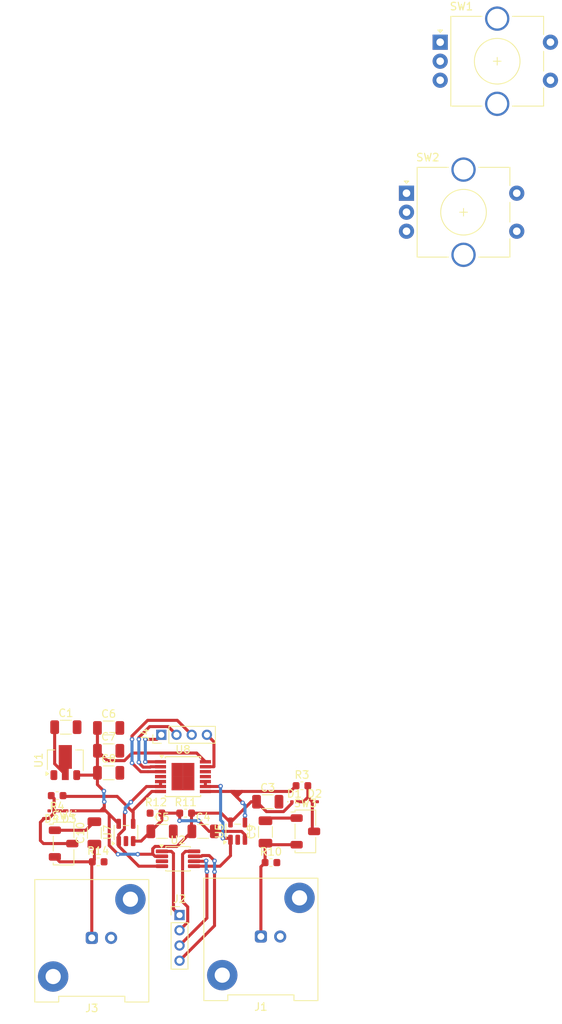
<source format=kicad_pcb>
(kicad_pcb (version 20241229) (generator "pcbnew") (generator_version "9.0")
  (layers (0 "F.Cu" signal) (2 "B.Cu" signal) (13 "F.Paste" user) (15 "B.Paste" user) (5 "F.SilkS" user "F.Silkscreen") (7 "B.SilkS" user "B.Silkscreen") (1 "F.Mask" user) (3 "B.Mask" user) (25 "Edge.Cuts" user))
  (net 0 "")
  (net 1 "5Vin")
  (net 2 "C1_G_IN")
  (net 3 "RPI_DOUT")
  (net 4 "RPI_SCLK")
  (net 5 "RPI_DIN")
  (net 6 "RPI_CS")
  (net 7 "C2_G_IN")
  (net 8 "C1_G_OUT")
  (net 9 "GND")
  (net 12 "C2_G_OUT")
  (net 13 "V1.8")
  (net 14 "V3.3")
  (net 15 "Net-(J1-In)")
  (net 16 "Net-(J3-In)")
  (net 17 "RPI_SCLK_DP")
  (net 18 "RPI_CS_DP")
  (net 19 "RPI_DIN_DP")
  (net 20 "RPI_DOUT_DP")
  (net 23 "Net-(D1-A)")
  (net 24 "Net-(D3-A)")
  (net 25 "Net-(SW3-C)")
  (net 26 "Net-(SW4-C)")
  (footprint "Capacitor_SMD:C_0603_1608Metric" (layer "F.Cu") (at 103.2 154.4)
    (property "Reference" "R12" (at 0 -1.43 0) (layer "F.SilkS"))
    (property "Value" "10k")
    (fp_line (start -0.14058 -0.51) (end 0.14058 -0.51) (stroke (width 0.12)) (layer "F.SilkS"))
    (fp_line (start -0.14058 0.51) (end 0.14058 0.51) (stroke (width 0.12)) (layer "F.SilkS"))
    (pad "1" smd roundrect (at -0.775 0) (size 0.9 0.95) (layers "F.Cu" "F.Mask" "F.Paste") (net 9 "GND"))
    (pad "2" smd roundrect (at 0.775 0) (size 0.9 0.95) (layers "F.Cu" "F.Mask" "F.Paste") (net 13 "V1.8"))
  )
  (footprint "Capacitor_SMD:C_1206_3216Metric" (layer "F.Cu") (at 96.975 146.2)
    (property "Reference" "C7" (at 0 -1.85 0) (layer "F.SilkS"))
    (property "Value" "1uF")
    (fp_line (start -0.711252 -0.91) (end 0.711252 -0.91) (stroke (width 0.12)) (layer "F.SilkS"))
    (fp_line (start -0.711252 0.91) (end 0.711252 0.91) (stroke (width 0.12)) (layer "F.SilkS"))
    (pad "1" smd roundrect (at -1.475 0) (size 1.15 1.8) (layers "F.Cu" "F.Mask" "F.Paste") (roundrect_rratio 0.217391) (net 14 "V3.3"))
    (pad "2" smd roundrect (at 1.475 0) (size 1.15 1.8) (layers "F.Cu" "F.Mask" "F.Paste") (roundrect_rratio 0.217391) (net 9 "GND"))
  )
  (footprint "Connector_PinHeader_2.00mm:PinHeader_1x04_P2.00mm_Vertical" (layer "F.Cu") (at 106.3 167.8)
    (property "Reference" "J2" (at 0 -2.11 0) (layer "F.SilkS"))
    (property "Value" "Conn_01x04_Socket")
    (fp_line (start -1.11 -1.11) (end 0 -1.11) (stroke (width 0.12)) (layer "F.SilkS"))
    (fp_line (start -1.11 0) (end -1.11 -1.11) (stroke (width 0.12)) (layer "F.SilkS"))
    (fp_line (start -1.11 1) (end -1.11 7.11) (stroke (width 0.12)) (layer "F.SilkS"))
    (fp_line (start -1.11 1) (end 1.11 1) (stroke (width 0.12)) (layer "F.SilkS"))
    (fp_line (start -1.11 7.11) (end 1.11 7.11) (stroke (width 0.12)) (layer "F.SilkS"))
    (fp_line (start 1.11 1) (end 1.11 7.11) (stroke (width 0.12)) (layer "F.SilkS"))
    (pad "1" thru_hole rect (at 0 0) (size 1.35 1.35) (drill 0.8) (layers "*.Cu" "*.Mask") (net 6 "RPI_CS"))
    (pad "2" thru_hole circle (at 0 2) (size 1.35 1.35) (drill 0.8) (layers "*.Cu" "*.Mask") (net 4 "RPI_SCLK"))
    (pad "3" thru_hole circle (at 0 4) (size 1.35 1.35) (drill 0.8) (layers "*.Cu" "*.Mask") (net 5 "RPI_DIN"))
    (pad "4" thru_hole circle (at 0 6) (size 1.35 1.35) (drill 0.8) (layers "*.Cu" "*.Mask") (net 3 "RPI_DOUT"))
  )
  (footprint "Capacitor_SMD:C_1206_3216Metric" (layer "F.Cu") (at 91.35 143.1)
    (property "Reference" "C1" (at 0 -1.85 0) (layer "F.SilkS"))
    (property "Value" "1uF")
    (fp_line (start -0.711252 -0.91) (end 0.711252 -0.91) (stroke (width 0.12)) (layer "F.SilkS"))
    (fp_line (start -0.711252 0.91) (end 0.711252 0.91) (stroke (width 0.12)) (layer "F.SilkS"))
    (pad "1" smd roundrect (at -1.475 0) (size 1.15 1.8) (layers "F.Cu" "F.Mask" "F.Paste") (roundrect_rratio 0.217391) (net 1 "5Vin"))
    (pad "2" smd roundrect (at 1.475 0) (size 1.15 1.8) (layers "F.Cu" "F.Mask" "F.Paste") (roundrect_rratio 0.217391) (net 9 "GND"))
  )
  (footprint "Connector_Coaxial:BNC_Amphenol_031-5539_Vertical" (layer "F.Cu") (at 94.76 170.8)
    (property "Reference" "J3" (at 0 9.25 180) (layer "F.SilkS"))
    (property "Value" "U.FL")
    (fp_line (start -7.5 -7.67) (end 7.5 -7.67) (stroke (width 0.12)) (layer "F.SilkS"))
    (fp_line (start -7.5 8.43) (end -7.5 -7.67) (stroke (width 0.12)) (layer "F.SilkS"))
    (fp_line (start -4.35 7.67) (end -4.35 8.43) (stroke (width 0.12)) (layer "F.SilkS"))
    (fp_line (start -4.35 8.43) (end -7.5 8.43) (stroke (width 0.12)) (layer "F.SilkS"))
    (fp_line (start 4.35 7.67) (end -4.35 7.67) (stroke (width 0.12)) (layer "F.SilkS"))
    (fp_line (start 4.35 8.43) (end 4.35 7.67) (stroke (width 0.12)) (layer "F.SilkS"))
    (fp_line (start 7.5 -7.67) (end 7.5 8.43) (stroke (width 0.12)) (layer "F.SilkS"))
    (fp_line (start 7.5 8.43) (end 4.35 8.43) (stroke (width 0.12)) (layer "F.SilkS"))
    (pad "" thru_hole circle (at -5.08 5.08 180) (size 4 4) (drill 2) (layers "*.Cu" "*.Mask"))
    (pad "" thru_hole circle (at 5.08 -5.08 180) (size 4 4) (drill 2) (layers "*.Cu" "*.Mask"))
    (pad "1" thru_hole roundrect (at 0 0 180) (size 1.6 1.6) (drill 0.9) (layers "*.Cu" "*.Mask") (net 16 "Net-(J3-In)"))
    (pad "2" thru_hole circle (at 2.54 0 180) (size 1.6 1.6) (drill 0.9) (layers "*.Cu" "*.Mask") (net 9 "GND"))
  )
  (footprint "Capacitor_SMD:C_0603_1608Metric" (layer "F.Cu") (at 90.2 152.1 180)
    (property "Reference" "R4" (at 0 -1.43 0) (layer "F.SilkS"))
    (property "Value" "5k")
    (fp_line (start -0.14058 0.51) (end 0.14058 0.51) (stroke (width 0.12)) (layer "F.SilkS"))
    (fp_line (start -0.14058 -0.51) (end 0.14058 -0.51) (stroke (width 0.12)) (layer "F.SilkS"))
    (pad "1" smd roundrect (at -0.775 0 180) (size 0.9 0.95) (layers "F.Cu" "F.Mask" "F.Paste") (net 7 "C2_G_IN"))
    (pad "2" smd roundrect (at 0.775 0 180) (size 0.9 0.95) (layers "F.Cu" "F.Mask" "F.Paste") (net 24 "Net-(D3-A)"))
  )
  (footprint "Capacitor_SMD:C_1206_3216Metric" (layer "F.Cu") (at 104 156.8)
    (property "Reference" "C5" (at 0 -1.85 0) (layer "F.SilkS"))
    (property "Value" "1uF")
    (fp_line (start -0.711252 -0.91) (end 0.711252 -0.91) (stroke (width 0.12)) (layer "F.SilkS"))
    (fp_line (start -0.711252 0.91) (end 0.711252 0.91) (stroke (width 0.12)) (layer "F.SilkS"))
    (pad "1" smd roundrect (at -1.475 0) (size 1.15 1.8) (layers "F.Cu" "F.Mask" "F.Paste") (roundrect_rratio 0.217391) (net 13 "V1.8"))
    (pad "2" smd roundrect (at 1.475 0) (size 1.15 1.8) (layers "F.Cu" "F.Mask" "F.Paste") (roundrect_rratio 0.217391) (net 9 "GND"))
  )
  (footprint "Capacitor_SMD:C_1206_3216Metric" (layer "F.Cu") (at 117.9 152.9)
    (property "Reference" "C3" (at 0 -1.85 0) (layer "F.SilkS"))
    (property "Value" "1uF")
    (fp_line (start -0.711252 -0.91) (end 0.711252 -0.91) (stroke (width 0.12)) (layer "F.SilkS"))
    (fp_line (start -0.711252 0.91) (end 0.711252 0.91) (stroke (width 0.12)) (layer "F.SilkS"))
    (pad "1" smd roundrect (at -1.475 0) (size 1.15 1.8) (layers "F.Cu" "F.Mask" "F.Paste") (roundrect_rratio 0.217391) (net 14 "V3.3"))
    (pad "2" smd roundrect (at 1.475 0) (size 1.15 1.8) (layers "F.Cu" "F.Mask" "F.Paste") (roundrect_rratio 0.217391) (net 9 "GND"))
  )
  (footprint "Capacitor_SMD:C_1206_3216Metric" (layer "F.Cu") (at 96.975 149.1)
    (property "Reference" "C8" (at 0 -1.85 0) (layer "F.SilkS"))
    (property "Value" "1uF")
    (fp_line (start -0.711252 -0.91) (end 0.711252 -0.91) (stroke (width 0.12)) (layer "F.SilkS"))
    (fp_line (start -0.711252 0.91) (end 0.711252 0.91) (stroke (width 0.12)) (layer "F.SilkS"))
    (pad "1" smd roundrect (at -1.475 0) (size 1.15 1.8) (layers "F.Cu" "F.Mask" "F.Paste") (roundrect_rratio 0.217391) (net 14 "V3.3"))
    (pad "2" smd roundrect (at 1.475 0) (size 1.15 1.8) (layers "F.Cu" "F.Mask" "F.Paste") (roundrect_rratio 0.217391) (net 9 "GND"))
  )
  (footprint "Rotary_Encoder:RotaryEncoder_Alps_EC11E-Switch_Vertical_H20mm_CircularMountingHoles" (layer "F.Cu") (at 136.15 72.9)
    (property "Reference" "SW2" (at 2.8 -4.7 0) (layer "F.SilkS"))
    (property "Value" "SW_Rotary_1x8_MP")
    (fp_line (start -0.3 -1.6) (end 0.3 -1.6) (stroke (width 0.12)) (layer "F.SilkS"))
    (fp_line (start 0 -1.3) (end -0.3 -1.6) (stroke (width 0.12)) (layer "F.SilkS"))
    (fp_line (start 0.3 -1.6) (end 0 -1.3) (stroke (width 0.12)) (layer "F.SilkS"))
    (fp_line (start 1.4 -3.4) (end 1.4 8.4) (stroke (width 0.12)) (layer "F.SilkS"))
    (fp_line (start 5.5 -3.4) (end 1.4 -3.4) (stroke (width 0.12)) (layer "F.SilkS"))
    (fp_line (start 5.5 8.4) (end 1.4 8.4) (stroke (width 0.12)) (layer "F.SilkS"))
    (fp_line (start 7 2.5) (end 8 2.5) (stroke (width 0.12)) (layer "F.SilkS"))
    (fp_line (start 7.5 2) (end 7.5 3) (stroke (width 0.12)) (layer "F.SilkS"))
    (fp_line (start 9.5 -3.4) (end 13.6 -3.4) (stroke (width 0.12)) (layer "F.SilkS"))
    (fp_line (start 13.6 -3.4) (end 13.6 -1) (stroke (width 0.12)) (layer "F.SilkS"))
    (fp_line (start 13.6 1.2) (end 13.6 3.8) (stroke (width 0.12)) (layer "F.SilkS"))
    (fp_line (start 13.6 6) (end 13.6 8.4) (stroke (width 0.12)) (layer "F.SilkS"))
    (fp_line (start 13.6 8.4) (end 9.5 8.4) (stroke (width 0.12)) (layer "F.SilkS"))
    (fp_circle (center 7.5 2.5) (end 10.5 2.5) (stroke (width 0.12)) (fill no) (layer "F.SilkS"))
    (pad "A" thru_hole rect (at 0 0) (size 2 2) (drill 1) (layers "*.Cu" "*.Mask"))
    (pad "B" thru_hole circle (at 0 5) (size 2 2) (drill 1) (layers "*.Cu" "*.Mask"))
    (pad "C" thru_hole circle (at 0 2.5) (size 2 2) (drill 1) (layers "*.Cu" "*.Mask"))
    (pad "MP" thru_hole circle (at 7.5 -3.1) (size 3.2 3.2) (drill 2.6) (layers "*.Cu" "*.Mask"))
    (pad "MP" thru_hole circle (at 7.5 8.1) (size 3.2 3.2) (drill 2.6) (layers "*.Cu" "*.Mask"))
    (pad "S1" thru_hole circle (at 14.5 5) (size 2 2) (drill 1) (layers "*.Cu" "*.Mask"))
    (pad "S2" thru_hole circle (at 14.5 0) (size 2 2) (drill 1) (layers "*.Cu" "*.Mask"))
  )
  (footprint "Capacitor_SMD:C_0603_1608Metric" (layer "F.Cu") (at 118.325 160.9)
    (property "Reference" "R10" (at 0 -1.43 0) (layer "F.SilkS"))
    (property "Value" "1M")
    (fp_line (start -0.14058 -0.51) (end 0.14058 -0.51) (stroke (width 0.12)) (layer "F.SilkS"))
    (fp_line (start -0.14058 0.51) (end 0.14058 0.51) (stroke (width 0.12)) (layer "F.SilkS"))
    (pad "1" smd roundrect (at -0.775 0) (size 0.9 0.95) (layers "F.Cu" "F.Mask" "F.Paste") (net 15 "Net-(J1-In)"))
    (pad "2" smd roundrect (at 0.775 0) (size 0.9 0.95) (layers "F.Cu" "F.Mask" "F.Paste") (net 9 "GND"))
  )
  (footprint "Diode_SMD:D_0201_0603Metric" (layer "F.Cu") (at 121.4 152.9)
    (property "Reference" "D1" (at 0 -1.05 0) (layer "F.SilkS"))
    (property "Value" "D")
    (fp_circle (center -0.86 0) (end -0.81 0) (stroke (width 0.1)) (fill no) (layer "F.SilkS"))
    (pad "1" smd roundrect (at -0.32 0) (size 0.46 0.4) (layers "F.Cu" "F.Mask") (net 14 "V3.3"))
    (pad "2" smd roundrect (at 0.32 0) (size 0.46 0.4) (layers "F.Cu" "F.Mask") (net 23 "Net-(D1-A)"))
  )
  (footprint "Capacitor_SMD:C_0603_1608Metric" (layer "F.Cu") (at 122.4 150.8)
    (property "Reference" "R3" (at 0 -1.43 0) (layer "F.SilkS"))
    (property "Value" "5k")
    (fp_line (start -0.14058 -0.51) (end 0.14058 -0.51) (stroke (width 0.12)) (layer "F.SilkS"))
    (fp_line (start -0.14058 0.51) (end 0.14058 0.51) (stroke (width 0.12)) (layer "F.SilkS"))
    (pad "1" smd roundrect (at -0.775 0) (size 0.9 0.95) (layers "F.Cu" "F.Mask" "F.Paste") (net 2 "C1_G_IN"))
    (pad "2" smd roundrect (at 0.775 0) (size 0.9 0.95) (layers "F.Cu" "F.Mask" "F.Paste") (net 23 "Net-(D1-A)"))
  )
  (footprint "Capacitor_SMD:C_1206_3216Metric" (layer "F.Cu") (at 95.1 157 90)
    (property "Reference" "C10" (at 0 -1.85 90) (layer "F.SilkS"))
    (property "Value" "1u")
    (fp_line (start -0.711252 -0.91) (end 0.711252 -0.91) (stroke (width 0.12)) (layer "F.SilkS"))
    (fp_line (start -0.711252 0.91) (end 0.711252 0.91) (stroke (width 0.12)) (layer "F.SilkS"))
    (pad "1" smd roundrect (at -1.475 0 90) (size 1.15 1.8) (layers "F.Cu" "F.Mask" "F.Paste") (roundrect_rratio 0.217391) (net 16 "Net-(J3-In)"))
    (pad "2" smd roundrect (at 1.475 0 90) (size 1.15 1.8) (layers "F.Cu" "F.Mask" "F.Paste") (roundrect_rratio 0.217391) (net 26 "Net-(SW4-C)"))
  )
  (footprint "Package_TO_SOT_SMD:SOT-23-5" (layer "F.Cu") (at 113.95 156.7625 90)
    (property "Reference" "U5" (at 0 -2.4 90) (layer "F.SilkS"))
    (property "Value" "TLV9061xDBV")
    (fp_line (start 0.91 -1.56) (end 0.91 -1.51) (stroke (width 0.12)) (layer "F.SilkS"))
    (fp_line (start -0.91 -1.56) (end 0.91 -1.56) (stroke (width 0.12)) (layer "F.SilkS"))
    (fp_line (start -0.91 -1.51) (end -0.91 -1.56) (stroke (width 0.12)) (layer "F.SilkS"))
    (fp_line (start 0.91 -0.39) (end 0.91 0.39) (stroke (width 0.12)) (layer "F.SilkS"))
    (fp_line (start 0.91 1.51) (end 0.91 1.56) (stroke (width 0.12)) (layer "F.SilkS"))
    (fp_line (start 0.91 1.56) (end -0.91 1.56) (stroke (width 0.12)) (layer "F.SilkS"))
    (fp_line (start -0.91 1.56) (end -0.91 1.51) (stroke (width 0.12)) (layer "F.SilkS"))
    (fp_poly (pts (xy -1.45 -1.51) (xy -1.69 -1.84) (xy -1.21 -1.84)) (stroke (width 0.12)) (fill yes) (layer "F.SilkS"))
    (pad "1" smd roundrect (at -1.1375 -0.95 90) (size 1.325 0.6) (layers "F.Cu" "F.Mask" "F.Paste") (net 8 "C1_G_OUT"))
    (pad "2" smd roundrect (at -1.1375 0 90) (size 1.325 0.6) (layers "F.Cu" "F.Mask" "F.Paste") (net 9 "GND"))
    (pad "3" smd roundrect (at -1.1375 0.95 90) (size 1.325 0.6) (layers "F.Cu" "F.Mask" "F.Paste") (net 13 "V1.8"))
    (pad "4" smd roundrect (at 1.1375 0.95 90) (size 1.325 0.6) (layers "F.Cu" "F.Mask" "F.Paste") (net 2 "C1_G_IN"))
    (pad "5" smd roundrect (at 1.1375 -0.95 90) (size 1.325 0.6) (layers "F.Cu" "F.Mask" "F.Paste") (net 14 "V3.3"))
  )
  (footprint "Connector_Coaxial:BNC_Amphenol_031-5539_Vertical" (layer "F.Cu") (at 117 170.62)
    (property "Reference" "J1" (at 0 9.25 180) (layer "F.SilkS"))
    (property "Value" "U.FL")
    (fp_line (start -7.5 -7.67) (end 7.5 -7.67) (stroke (width 0.12)) (layer "F.SilkS"))
    (fp_line (start -7.5 8.43) (end -7.5 -7.67) (stroke (width 0.12)) (layer "F.SilkS"))
    (fp_line (start -4.35 7.67) (end -4.35 8.43) (stroke (width 0.12)) (layer "F.SilkS"))
    (fp_line (start -4.35 8.43) (end -7.5 8.43) (stroke (width 0.12)) (layer "F.SilkS"))
    (fp_line (start 4.35 7.67) (end -4.35 7.67) (stroke (width 0.12)) (layer "F.SilkS"))
    (fp_line (start 4.35 8.43) (end 4.35 7.67) (stroke (width 0.12)) (layer "F.SilkS"))
    (fp_line (start 7.5 -7.67) (end 7.5 8.43) (stroke (width 0.12)) (layer "F.SilkS"))
    (fp_line (start 7.5 8.43) (end 4.35 8.43) (stroke (width 0.12)) (layer "F.SilkS"))
    (pad "" thru_hole circle (at -5.08 5.08 180) (size 4 4) (drill 2) (layers "*.Cu" "*.Mask"))
    (pad "" thru_hole circle (at 5.08 -5.08 180) (size 4 4) (drill 2) (layers "*.Cu" "*.Mask"))
    (pad "1" thru_hole roundrect (at 0 0 180) (size 1.6 1.6) (drill 0.9) (layers "*.Cu" "*.Mask") (net 15 "Net-(J1-In)"))
    (pad "2" thru_hole circle (at 2.54 0 180) (size 1.6 1.6) (drill 0.9) (layers "*.Cu" "*.Mask") (net 9 "GND"))
  )
  (footprint "Connector_PinHeader_2.00mm:PinHeader_1x04_P2.00mm_Vertical" (layer "F.Cu") (at 103.9 144.1 90)
    (property "Reference" "J4" (at 0 -2.11 90) (layer "F.SilkS"))
    (property "Value" "Conn_01x04_Socket")
    (fp_line (start -1.11 -1.11) (end 0 -1.11) (stroke (width 0.12)) (layer "F.SilkS"))
    (fp_line (start -1.11 0) (end -1.11 -1.11) (stroke (width 0.12)) (layer "F.SilkS"))
    (fp_line (start 1.11 1) (end 1.11 7.11) (stroke (width 0.12)) (layer "F.SilkS"))
    (fp_line (start -1.11 1) (end 1.11 1) (stroke (width 0.12)) (layer "F.SilkS"))
    (fp_line (start -1.11 1) (end -1.11 7.11) (stroke (width 0.12)) (layer "F.SilkS"))
    (fp_line (start -1.11 7.11) (end 1.11 7.11) (stroke (width 0.12)) (layer "F.SilkS"))
    (pad "1" thru_hole rect (at 0 0 90) (size 1.35 1.35) (drill 0.8) (layers "*.Cu" "*.Mask") (net 18 "RPI_CS_DP"))
    (pad "2" thru_hole circle (at 0 2 90) (size 1.35 1.35) (drill 0.8) (layers "*.Cu" "*.Mask") (net 17 "RPI_SCLK_DP"))
    (pad "3" thru_hole circle (at 0 4 90) (size 1.35 1.35) (drill 0.8) (layers "*.Cu" "*.Mask") (net 19 "RPI_DIN_DP"))
    (pad "4" thru_hole circle (at 0 6 90) (size 1.35 1.35) (drill 0.8) (layers "*.Cu" "*.Mask") (net 20 "RPI_DOUT_DP"))
  )
  (footprint "Capacitor_SMD:C_1206_3216Metric" (layer "F.Cu") (at 109.4 156.8)
    (property "Reference" "C4" (at 0 -1.85 0) (layer "F.SilkS"))
    (property "Value" "1uF")
    (fp_line (start -0.711252 -0.91) (end 0.711252 -0.91) (stroke (width 0.12)) (layer "F.SilkS"))
    (fp_line (start -0.711252 0.91) (end 0.711252 0.91) (stroke (width 0.12)) (layer "F.SilkS"))
    (pad "1" smd roundrect (at -1.475 0) (size 1.15 1.8) (layers "F.Cu" "F.Mask" "F.Paste") (roundrect_rratio 0.217391) (net 14 "V3.3"))
    (pad "2" smd roundrect (at 1.475 0) (size 1.15 1.8) (layers "F.Cu" "F.Mask" "F.Paste") (roundrect_rratio 0.217391) (net 13 "V1.8"))
  )
  (footprint "Button_Switch_SMD:Nidec_Copal_CAS-120A" (layer "F.Cu") (at 122.85 156.8)
    (property "Reference" "SW3" (at 0 -3.7 0) (layer "F.SilkS"))
    (property "Value" "SW_Nidec_CAS-120A1")
    (fp_line (start -1.36 -2.81) (end 1.36 -2.81) (stroke (width 0.12)) (layer "F.SilkS"))
    (fp_line (start -1.36 -2.55) (end -1.9 -2.55) (stroke (width 0.12)) (layer "F.SilkS"))
    (fp_line (start -1.36 -2.55) (end -1.36 -2.8) (stroke (width 0.12)) (layer "F.SilkS"))
    (fp_line (start -1.36 -0.98) (end -1.36 0.98) (stroke (width 0.12)) (layer "F.SilkS"))
    (fp_line (start -1.36 2.81) (end -1.36 2.55) (stroke (width 0.12)) (layer "F.SilkS"))
    (fp_line (start 1.35 2.81) (end -1.35 2.81) (stroke (width 0.12)) (layer "F.SilkS"))
    (fp_line (start 1.36 -2.81) (end 1.36 -0.8) (stroke (width 0.12)) (layer "F.SilkS"))
    (fp_line (start 1.36 0.8) (end 1.36 2.81) (stroke (width 0.12)) (layer "F.SilkS"))
    (pad "1" smd roundrect (at -1.15 -1.75 270) (size 1 1.6) (layers "F.Cu" "F.Mask" "F.Paste") (net 25 "Net-(SW3-C)"))
    (pad "2" smd roundrect (at 1.15 0 270) (size 1 1.6) (layers "F.Cu" "F.Mask" "F.Paste") (net 23 "Net-(D1-A)"))
    (pad "3" smd roundrect (at -1.15 1.75 270) (size 1 1.6) (layers "F.Cu" "F.Mask" "F.Paste") (net 15 "Net-(J1-In)"))
  )
  (footprint "Package_TO_SOT_SMD:SOT-23-5" (layer "F.Cu") (at 99.25 156.9375 90)
    (property "Reference" "U7" (at 0 -2.4 90) (layer "F.SilkS"))
    (property "Value" "TLV9061xDBV")
    (fp_line (start 0.91 -1.56) (end 0.91 -1.51) (stroke (width 0.12)) (layer "F.SilkS"))
    (fp_line (start -0.91 -1.56) (end 0.91 -1.56) (stroke (width 0.12)) (layer "F.SilkS"))
    (fp_line (start -0.91 -1.51) (end -0.91 -1.56) (stroke (width 0.12)) (layer "F.SilkS"))
    (fp_line (start 0.91 -0.39) (end 0.91 0.39) (stroke (width 0.12)) (layer "F.SilkS"))
    (fp_line (start 0.91 1.51) (end 0.91 1.56) (stroke (width 0.12)) (layer "F.SilkS"))
    (fp_line (start 0.91 1.56) (end -0.91 1.56) (stroke (width 0.12)) (layer "F.SilkS"))
    (fp_line (start -0.91 1.56) (end -0.91 1.51) (stroke (width 0.12)) (layer "F.SilkS"))
    (fp_poly (pts (xy -1.45 -1.51) (xy -1.69 -1.84) (xy -1.21 -1.84)) (stroke (width 0.12)) (fill yes) (layer "F.SilkS"))
    (pad "1" smd roundrect (at -1.1375 -0.95 90) (size 1.325 0.6) (layers "F.Cu" "F.Mask" "F.Paste") (net 12 "C2_G_OUT"))
    (pad "2" smd roundrect (at -1.1375 0 90) (size 1.325 0.6) (layers "F.Cu" "F.Mask" "F.Paste") (net 9 "GND"))
    (pad "3" smd roundrect (at -1.1375 0.95 90) (size 1.325 0.6) (layers "F.Cu" "F.Mask" "F.Paste") (net 13 "V1.8"))
    (pad "4" smd roundrect (at 1.1375 0.95 90) (size 1.325 0.6) (layers "F.Cu" "F.Mask" "F.Paste") (net 7 "C2_G_IN"))
    (pad "5" smd roundrect (at 1.1375 -0.95 90) (size 1.325 0.6) (layers "F.Cu" "F.Mask" "F.Paste") (net 14 "V3.3"))
  )
  (footprint "Diode_SMD:D_0201_0603Metric" (layer "F.Cu") (at 89.48 154.1 180)
    (property "Reference" "D4" (at 0 -1.05 0) (layer "F.SilkS"))
    (property "Value" "D")
    (fp_circle (center -0.86 0) (end -0.81 0) (stroke (width 0.1)) (fill no) (layer "F.SilkS"))
    (pad "1" smd roundrect (at -0.32 0 180) (size 0.46 0.4) (layers "F.Cu" "F.Mask") (net 24 "Net-(D3-A)"))
    (pad "2" smd roundrect (at 0.32 0 180) (size 0.46 0.4) (layers "F.Cu" "F.Mask") (net 9 "GND"))
  )
  (footprint "Package_TO_SOT_SMD:SOT-89-3" (layer "F.Cu") (at 91.275 147.45 90)
    (property "Reference" "U1" (at 0 -3.5 90) (layer "F.SilkS"))
    (property "Value" "MCP1700x-330xxMB")
    (fp_line (start -1.22 -2.36) (end 1.36 -2.36) (stroke (width 0.12)) (layer "F.SilkS"))
    (fp_line (start 1.36 -1.38) (end 1.36 -2.36) (stroke (width 0.12)) (layer "F.SilkS"))
    (fp_line (start 1.36 1.38) (end 1.36 2.36) (stroke (width 0.12)) (layer "F.SilkS"))
    (fp_line (start 1.36 2.36) (end -1.36 2.36) (stroke (width 0.12)) (layer "F.SilkS"))
    (fp_poly (pts (xy -1.77 -2.21) (xy -2.01 -2.54) (xy -1.53 -2.54) (xy -1.77 -2.21)) (stroke (width 0.12)) (fill yes) (layer "F.SilkS"))
    (pad "1" smd roundrect (at -1.95 -1.5 90) (size 1.3 0.9) (layers "F.Cu" "F.Mask" "F.Paste") (net 9 "GND"))
    (pad "2" smd custom (at -1.8625 0 90) (size 1.475 0.9) (layers "F.Cu" "F.Mask" "F.Paste") (net 1 "5Vin") (options (clearance outline) (anchor rect)) (primitives (gr_poly (pts (xy 3.8625 0.8665) (xy 0.7375 0.8665) (xy 0.7375 -0.8665) (xy 3.8625 -0.8665)) (width 0) (fill yes))))
    (pad "3" smd roundrect (at -1.95 1.5 90) (size 1.3 0.9) (layers "F.Cu" "F.Mask" "F.Paste") (net 14 "V3.3"))
  )
  (footprint "Capacitor_SMD:C_1206_3216Metric" (layer "F.Cu") (at 117.6 156.875 90)
    (property "Reference" "C9" (at 0 -1.85 90) (layer "F.SilkS"))
    (property "Value" "1u")
    (fp_line (start -0.711252 -0.91) (end 0.711252 -0.91) (stroke (width 0.12)) (layer "F.SilkS"))
    (fp_line (start -0.711252 0.91) (end 0.711252 0.91) (stroke (width 0.12)) (layer "F.SilkS"))
    (pad "1" smd roundrect (at -1.475 0 90) (size 1.15 1.8) (layers "F.Cu" "F.Mask" "F.Paste") (roundrect_rratio 0.217391) (net 15 "Net-(J1-In)"))
    (pad "2" smd roundrect (at 1.475 0 90) (size 1.15 1.8) (layers "F.Cu" "F.Mask" "F.Paste") (roundrect_rratio 0.217391) (net 25 "Net-(SW3-C)"))
  )
  (footprint "Capacitor_SMD:C_0603_1608Metric" (layer "F.Cu") (at 95.6 160.8)
    (property "Reference" "R14" (at 0 -1.43 0) (layer "F.SilkS"))
    (property "Value" "1M")
    (fp_line (start -0.14058 -0.51) (end 0.14058 -0.51) (stroke (width 0.12)) (layer "F.SilkS"))
    (fp_line (start -0.14058 0.51) (end 0.14058 0.51) (stroke (width 0.12)) (layer "F.SilkS"))
    (pad "1" smd roundrect (at -0.775 0) (size 0.9 0.95) (layers "F.Cu" "F.Mask" "F.Paste") (net 16 "Net-(J3-In)"))
    (pad "2" smd roundrect (at 0.775 0) (size 0.9 0.95) (layers "F.Cu" "F.Mask" "F.Paste") (net 9 "GND"))
  )
  (footprint "Capacitor_SMD:C_1206_3216Metric" (layer "F.Cu") (at 96.975 143.2)
    (property "Reference" "C6" (at 0 -1.85 0) (layer "F.SilkS"))
    (property "Value" "1uF")
    (fp_line (start -0.711252 -0.91) (end 0.711252 -0.91) (stroke (width 0.12)) (layer "F.SilkS"))
    (fp_line (start -0.711252 0.91) (end 0.711252 0.91) (stroke (width 0.12)) (layer "F.SilkS"))
    (pad "1" smd roundrect (at -1.475 0) (size 1.15 1.8) (layers "F.Cu" "F.Mask" "F.Paste") (roundrect_rratio 0.217391) (net 14 "V3.3"))
    (pad "2" smd roundrect (at 1.475 0) (size 1.15 1.8) (layers "F.Cu" "F.Mask" "F.Paste") (roundrect_rratio 0.217391) (net 9 "GND"))
  )
  (footprint "Package_SO:TSSOP-14-1EP_4.4x5mm_P0.65mm" (layer "F.Cu") (at 106.75 149.6)
    (property "Reference" "U8" (at 0 -3.55 0) (layer "F.SilkS"))
    (property "Value" "MCP4251-104E/ML-ND")
    (fp_line (start -2.325 -2.625) (end -2.325 -2.45) (stroke (width 0.15)) (layer "F.SilkS"))
    (fp_line (start -2.325 -2.625) (end 2.325 -2.625) (stroke (width 0.15)) (layer "F.SilkS"))
    (fp_line (start -2.325 2.625) (end -2.325 2.45) (stroke (width 0.15)) (layer "F.SilkS"))
    (fp_line (start -2.325 2.625) (end 2.325 2.625) (stroke (width 0.15)) (layer "F.SilkS"))
    (fp_line (start 2.325 -2.625) (end 2.325 -2.45) (stroke (width 0.15)) (layer "F.SilkS"))
    (fp_line (start 2.325 2.625) (end 2.325 2.45) (stroke (width 0.15)) (layer "F.SilkS"))
    (fp_poly (pts (xy -2.8 -2.45) (xy -3.04 -2.78) (xy -2.56 -2.78) (xy -2.8 -2.45)) (stroke (width 0.12)) (fill yes) (layer "F.SilkS"))
    (pad "1" smd rect (at -2.95 -1.95) (size 1.45 0.45) (layers "F.Cu" "F.Mask" "F.Paste") (net 18 "RPI_CS_DP"))
    (pad "2" smd rect (at -2.95 -1.3) (size 1.45 0.45) (layers "F.Cu" "F.Mask" "F.Paste") (net 17 "RPI_SCLK_DP"))
    (pad "3" smd rect (at -2.95 -0.65) (size 1.45 0.45) (layers "F.Cu" "F.Mask" "F.Paste") (net 19 "RPI_DIN_DP"))
    (pad "4" smd rect (at -2.95 0) (size 1.45 0.45) (layers "F.Cu" "F.Mask" "F.Paste") (net 9 "GND"))
    (pad "5" smd rect (at -2.95 0.65) (size 1.45 0.45) (layers "F.Cu" "F.Mask" "F.Paste") (net 12 "C2_G_OUT"))
    (pad "6" smd rect (at -2.95 1.3) (size 1.45 0.45) (layers "F.Cu" "F.Mask" "F.Paste") (net 12 "C2_G_OUT"))
    (pad "7" smd rect (at -2.95 1.95) (size 1.45 0.45) (layers "F.Cu" "F.Mask" "F.Paste") (net 7 "C2_G_IN"))
    (pad "8" smd rect (at 2.95 1.95) (size 1.45 0.45) (layers "F.Cu" "F.Mask" "F.Paste") (net 2 "C1_G_IN"))
    (pad "9" smd rect (at 2.95 1.3) (size 1.45 0.45) (layers "F.Cu" "F.Mask" "F.Paste") (net 8 "C1_G_OUT"))
    (pad "10" smd rect (at 2.95 0.65) (size 1.45 0.45) (layers "F.Cu" "F.Mask" "F.Paste") (net 8 "C1_G_OUT"))
    (pad "11" smd rect (at 2.95 0) (size 1.45 0.45) (layers "F.Cu" "F.Mask" "F.Paste"))
    (pad "12" smd rect (at 2.95 -0.65) (size 1.45 0.45) (layers "F.Cu" "F.Mask" "F.Paste"))
    (pad "13" smd rect (at 2.95 -1.3) (size 1.45 0.45) (layers "F.Cu" "F.Mask" "F.Paste") (net 20 "RPI_DOUT_DP"))
    (pad "14" smd rect (at 2.95 -1.95) (size 1.45 0.45) (layers "F.Cu" "F.Mask" "F.Paste") (net 14 "V3.3"))
    (pad "15" smd rect (at -0.75 -0.9) (size 1.5 1.8) (layers "F.Cu" "F.Mask" "F.Paste"))
    (pad "15" smd rect (at -0.75 0.9) (size 1.5 1.8) (layers "F.Cu" "F.Mask" "F.Paste"))
    (pad "15" smd rect (at 0.75 -0.9) (size 1.5 1.8) (layers "F.Cu" "F.Mask" "F.Paste"))
    (pad "15" smd rect (at 0.75 0.9) (size 1.5 1.8) (layers "F.Cu" "F.Mask" "F.Paste"))
  )
  (footprint "Rotary_Encoder:RotaryEncoder_Alps_EC11E-Switch_Vertical_H20mm_CircularMountingHoles" (layer "F.Cu") (at 140.58 53.05)
    (property "Reference" "SW1" (at 2.8 -4.7 0) (layer "F.SilkS"))
    (property "Value" "SW_Rotary_1x8_MP")
    (fp_line (start -0.3 -1.6) (end 0.3 -1.6) (stroke (width 0.12)) (layer "F.SilkS"))
    (fp_line (start 0 -1.3) (end -0.3 -1.6) (stroke (width 0.12)) (layer "F.SilkS"))
    (fp_line (start 0.3 -1.6) (end 0 -1.3) (stroke (width 0.12)) (layer "F.SilkS"))
    (fp_line (start 1.4 -3.4) (end 1.4 8.4) (stroke (width 0.12)) (layer "F.SilkS"))
    (fp_line (start 5.5 -3.4) (end 1.4 -3.4) (stroke (width 0.12)) (layer "F.SilkS"))
    (fp_line (start 5.5 8.4) (end 1.4 8.4) (stroke (width 0.12)) (layer "F.SilkS"))
    (fp_line (start 7 2.5) (end 8 2.5) (stroke (width 0.12)) (layer "F.SilkS"))
    (fp_line (start 7.5 2) (end 7.5 3) (stroke (width 0.12)) (layer "F.SilkS"))
    (fp_line (start 9.5 -3.4) (end 13.6 -3.4) (stroke (width 0.12)) (layer "F.SilkS"))
    (fp_line (start 13.6 -3.4) (end 13.6 -1) (stroke (width 0.12)) (layer "F.SilkS"))
    (fp_line (start 13.6 1.2) (end 13.6 3.8) (stroke (width 0.12)) (layer "F.SilkS"))
    (fp_line (start 13.6 6) (end 13.6 8.4) (stroke (width 0.12)) (layer "F.SilkS"))
    (fp_line (start 13.6 8.4) (end 9.5 8.4) (stroke (width 0.12)) (layer "F.SilkS"))
    (fp_circle (center 7.5 2.5) (end 10.5 2.5) (stroke (width 0.12)) (fill no) (layer "F.SilkS"))
    (pad "A" thru_hole rect (at 0 0) (size 2 2) (drill 1) (layers "*.Cu" "*.Mask"))
    (pad "B" thru_hole circle (at 0 5) (size 2 2) (drill 1) (layers "*.Cu" "*.Mask"))
    (pad "C" thru_hole circle (at 0 2.5) (size 2 2) (drill 1) (layers "*.Cu" "*.Mask"))
    (pad "MP" thru_hole circle (at 7.5 -3.1) (size 3.2 3.2) (drill 2.6) (layers "*.Cu" "*.Mask"))
    (pad "MP" thru_hole circle (at 7.5 8.1) (size 3.2 3.2) (drill 2.6) (layers "*.Cu" "*.Mask"))
    (pad "S1" thru_hole circle (at 14.5 5) (size 2 2) (drill 1) (layers "*.Cu" "*.Mask"))
    (pad "S2" thru_hole circle (at 14.5 0) (size 2 2) (drill 1) (layers "*.Cu" "*.Mask"))
  )
  (footprint "Package_SO:VSSOP-8_3x3mm_P0.65mm" (layer "F.Cu") (at 106.1 160.4)
    (property "Reference" "U2" (at 0 -2.45 0) (layer "F.SilkS"))
    (property "Value" "ADC082S101")
    (fp_line (start -1.61 -1.61) (end 1.61 -1.61) (stroke (width 0.12)) (layer "F.SilkS"))
    (fp_line (start -1.61 -1.485) (end -1.61 -1.61) (stroke (width 0.12)) (layer "F.SilkS"))
    (fp_line (start -1.61 1.61) (end -1.61 1.485) (stroke (width 0.12)) (layer "F.SilkS"))
    (fp_line (start 1.61 -1.61) (end 1.61 -1.485) (stroke (width 0.12)) (layer "F.SilkS"))
    (fp_line (start 1.61 1.485) (end 1.61 1.61) (stroke (width 0.12)) (layer "F.SilkS"))
    (fp_line (start 1.61 1.61) (end -1.61 1.61) (stroke (width 0.12)) (layer "F.SilkS"))
    (fp_poly (pts (xy -2.16 -1.49) (xy -2.4 -1.82) (xy -1.92 -1.82)) (stroke (width 0.12)) (fill yes) (layer "F.SilkS"))
    (pad "1" smd roundrect (at -2.1125 -0.975) (size 1.625 0.5) (layers "F.Cu" "F.Mask" "F.Paste") (net 6 "RPI_CS"))
    (pad "2" smd roundrect (at -2.1125 -0.325) (size 1.625 0.5) (layers "F.Cu" "F.Mask" "F.Paste") (net 14 "V3.3"))
    (pad "3" smd roundrect (at -2.1125 0.325) (size 1.625 0.5) (layers "F.Cu" "F.Mask" "F.Paste") (net 9 "GND"))
    (pad "4" smd roundrect (at -2.1125 0.975) (size 1.625 0.5) (layers "F.Cu" "F.Mask" "F.Paste") (net 12 "C2_G_OUT"))
    (pad "5" smd roundrect (at 2.1125 0.975) (size 1.625 0.5) (layers "F.Cu" "F.Mask" "F.Paste") (net 8 "C1_G_OUT"))
    (pad "6" smd roundrect (at 2.1125 0.325) (size 1.625 0.5) (layers "F.Cu" "F.Mask" "F.Paste") (net 5 "RPI_DIN"))
    (pad "7" smd roundrect (at 2.1125 -0.325) (size 1.625 0.5) (layers "F.Cu" "F.Mask" "F.Paste") (net 3 "RPI_DOUT"))
    (pad "8" smd roundrect (at 2.1125 -0.975) (size 1.625 0.5) (layers "F.Cu" "F.Mask" "F.Paste") (net 4 "RPI_SCLK"))
  )
  (footprint "Capacitor_SMD:C_0603_1608Metric" (layer "F.Cu") (at 107.1 154.4)
    (property "Reference" "R11" (at 0 -1.43 0) (layer "F.SilkS"))
    (property "Value" "10k")
    (fp_line (start -0.14058 -0.51) (end 0.14058 -0.51) (stroke (width 0.12)) (layer "F.SilkS"))
    (fp_line (start -0.14058 0.51) (end 0.14058 0.51) (stroke (width 0.12)) (layer "F.SilkS"))
    (pad "1" smd roundrect (at -0.775 0) (size 0.9 0.95) (layers "F.Cu" "F.Mask" "F.Paste") (net 13 "V1.8"))
    (pad "2" smd roundrect (at 0.775 0) (size 0.9 0.95) (layers "F.Cu" "F.Mask" "F.Paste") (net 14 "V3.3"))
  )
  (footprint "Diode_SMD:D_0201_0603Metric" (layer "F.Cu") (at 91.78 154.1 180)
    (property "Reference" "D3" (at 0 -1.05 0) (layer "F.SilkS"))
    (property "Value" "D")
    (fp_circle (center -0.86 0) (end -0.81 0) (stroke (width 0.1)) (fill no) (layer "F.SilkS"))
    (pad "1" smd roundrect (at -0.32 0 180) (size 0.46 0.4) (layers "F.Cu" "F.Mask") (net 14 "V3.3"))
    (pad "2" smd roundrect (at 0.32 0 180) (size 0.46 0.4) (layers "F.Cu" "F.Mask") (net 24 "Net-(D3-A)"))
  )
  (footprint "Diode_SMD:D_0201_0603Metric" (layer "F.Cu") (at 124.08 152.9)
    (property "Reference" "D2" (at 0 -1.05 0) (layer "F.SilkS"))
    (property "Value" "D")
    (fp_circle (center -0.86 0) (end -0.81 0) (stroke (width 0.1)) (fill no) (layer "F.SilkS"))
    (pad "1" smd roundrect (at -0.32 0) (size 0.46 0.4) (layers "F.Cu" "F.Mask") (net 23 "Net-(D1-A)"))
    (pad "2" smd roundrect (at 0.32 0) (size 0.46 0.4) (layers "F.Cu" "F.Mask") (net 9 "GND"))
  )
  (footprint "Button_Switch_SMD:Nidec_Copal_CAS-120A" (layer "F.Cu") (at 91.05 158.4)
    (property "Reference" "SW4" (at 0 -3.7 0) (layer "F.SilkS"))
    (property "Value" "SW_Nidec_CAS-120A1")
    (fp_line (start -1.36 -2.81) (end 1.36 -2.81) (stroke (width 0.12)) (layer "F.SilkS"))
    (fp_line (start -1.36 -2.55) (end -1.9 -2.55) (stroke (width 0.12)) (layer "F.SilkS"))
    (fp_line (start -1.36 -2.55) (end -1.36 -2.8) (stroke (width 0.12)) (layer "F.SilkS"))
    (fp_line (start -1.36 -0.98) (end -1.36 0.98) (stroke (width 0.12)) (layer "F.SilkS"))
    (fp_line (start -1.36 2.81) (end -1.36 2.55) (stroke (width 0.12)) (layer "F.SilkS"))
    (fp_line (start 1.35 2.81) (end -1.35 2.81) (stroke (width 0.12)) (layer "F.SilkS"))
    (fp_line (start 1.36 -2.81) (end 1.36 -0.8) (stroke (width 0.12)) (layer "F.SilkS"))
    (fp_line (start 1.36 0.8) (end 1.36 2.81) (stroke (width 0.12)) (layer "F.SilkS"))
    (pad "1" smd roundrect (at -1.15 -1.75 270) (size 1 1.6) (layers "F.Cu" "F.Mask" "F.Paste") (net 26 "Net-(SW4-C)"))
    (pad "2" smd roundrect (at 1.15 0 270) (size 1 1.6) (layers "F.Cu" "F.Mask" "F.Paste") (net 24 "Net-(D3-A)"))
    (pad "3" smd roundrect (at -1.15 1.75 270) (size 1 1.6) (layers "F.Cu" "F.Mask" "F.Paste") (net 16 "Net-(J3-In)"))
  )
  (segment (start 91.4 149.1875) (end 91.275 149.3125) (width 0.4) (layer "F.Cu") (net 1))
  (segment (start 89.875 143.1) (end 89.875 147.9125) (width 0.4) (layer "F.Cu") (net 1))
  (segment (start 89.875 147.9125) (end 91.275 149.3125) (width 0.4) (layer "F.Cu") (net 1))
  (segment (start 113.825 152.275) (end 113.825 152.225) (width 0.4) (layer "F.Cu") (net 2))
  (segment (start 113.825 152.275) (end 113.1 151.55) (width 0.4) (layer "F.Cu") (net 2))
  (segment (start 113.1 151.55) (end 113.55 151.55) (width 0.4) (layer "F.Cu") (net 2))
  (segment (start 114.592525 153.042525) (end 113.825 152.275) (width 0.4) (layer "F.Cu") (net 2))
  (segment (start 113.55 151.55) (end 114.025 152.025) (width 0.4) (layer "F.Cu") (net 2))
  (segment (start 113.825 152.225) (end 114.025 152.025) (width 0.4) (layer "F.Cu") (net 2))
  (segment (start 114.9 155.625) (end 114.9 154.71495) (width 0.4) (layer "F.Cu") (net 2))
  (segment (start 121.625 150.8) (end 120.875 151.55) (width 0.4) (layer "F.Cu") (net 2))
  (segment (start 113.1 151.55) (end 109.7 151.55) (width 0.4) (layer "F.Cu") (net 2))
  (segment (start 120.875 151.55) (end 114.5 151.55) (width 0.4) (layer "F.Cu") (net 2))
  (segment (start 114.5 151.55) (end 113.1 151.55) (width 0.4) (layer "F.Cu") (net 2))
  (segment (start 114.025 152.025) (end 114.5 151.55) (width 0.4) (layer "F.Cu") (net 2))
  (segment (start 114.9 154.71495) (end 114.907475 154.707475) (width 0.4) (layer "F.Cu") (net 2))
  (via (at 114.907475 154.707475) (size 0.6) (drill 0.3) (layers "F.Cu" "B.Cu") (net 2))
  (via (at 114.592525 153.042525) (size 0.6) (drill 0.3) (layers "F.Cu" "B.Cu") (net 2))
  (segment (start 114.907475 154.707475) (end 114.907475 153.357475) (width 0.4) (layer "B.Cu") (net 2))
  (segment (start 114.907475 153.357475) (end 114.592525 153.042525) (width 0.4) (layer "B.Cu") (net 2))
  (segment (start 110.199 159.974) (end 110.9 160.675) (width 0.4) (layer "F.Cu") (net 3))
  (segment (start 108.2125 160.075) (end 109.175 160.075) (width 0.4) (layer "F.Cu") (net 3))
  (segment (start 110.9 169.2) (end 106.3 173.8) (width 0.4) (layer "F.Cu") (net 3))
  (segment (start 109.175 160.075) (end 109.276 159.974) (width 0.4) (layer "F.Cu") (net 3))
  (segment (start 109.276 159.974) (end 110.199 159.974) (width 0.4) (layer "F.Cu") (net 3))
  (segment (start 110.9 162.1) (end 110.9 169.2) (width 0.4) (layer "F.Cu") (net 3))
  (via (at 110.9 162.1) (size 0.6) (drill 0.3) (layers "F.Cu" "B.Cu") (net 3))
  (via (at 110.9 160.675) (size 0.6) (drill 0.3) (layers "F.Cu" "B.Cu") (net 3))
  (segment (start 110.9 160.675) (end 110.9 162.1) (width 0.4) (layer "B.Cu") (net 3))
  (segment (start 107.376 168.724) (end 106.3 169.8) (width 0.4) (layer "F.Cu") (net 4))
  (segment (start 107.376 166.724) (end 107.376 168.724) (width 0.4) (layer "F.Cu") (net 4))
  (segment (start 106.7 166.048) (end 107.376 166.724) (width 0.4) (layer "F.Cu") (net 4))
  (segment (start 106.7 159.8) (end 106.7 166.048) (width 0.4) (layer "F.Cu") (net 4))
  (segment (start 107.075 159.425) (end 106.7 159.8) (width 0.4) (layer "F.Cu") (net 4))
  (segment (start 108.2125 159.425) (end 107.075 159.425) (width 0.4) (layer "F.Cu") (net 4))
  (segment (start 109.9 162.075) (end 109.9 168.2) (width 0.4) (layer "F.Cu") (net 5))
  (segment (start 106.3 171.8) (end 109.9 168.2) (width 0.4) (layer "F.Cu") (net 5))
  (segment (start 109.75 160.725) (end 109.8 160.675) (width 0.4) (layer "F.Cu") (net 5))
  (segment (start 108.2125 160.725) (end 109.75 160.725) (width 0.4) (layer "F.Cu") (net 5))
  (via (at 109.9 162.075) (size 0.6) (drill 0.3) (layers "F.Cu" "B.Cu") (net 5))
  (via (at 109.8 160.675) (size 0.6) (drill 0.3) (layers "F.Cu" "B.Cu") (net 5))
  (segment (start 109.8 161.975) (end 109.9 162.075) (width 0.4) (layer "B.Cu") (net 5))
  (segment (start 109.8 160.675) (end 109.8 161.975) (width 0.4) (layer "B.Cu") (net 5))
  (segment (start 105.5 167) (end 106.3 167.8) (width 0.4) (layer "F.Cu") (net 6))
  (segment (start 105.225 159.425) (end 105.5 159.7) (width 0.4) (layer "F.Cu") (net 6))
  (segment (start 103.9875 159.425) (end 105.225 159.425) (width 0.4) (layer "F.Cu") (net 6))
  (segment (start 105.5 159.7) (end 105.5 167) (width 0.4) (layer "F.Cu") (net 6))
  (segment (start 102.65 151.55) (end 103.8 151.55) (width 0.4) (layer "F.Cu") (net 7))
  (segment (start 90.975 152.1) (end 90.975 152.175) (width 0.4) (layer "F.Cu") (net 7))
  (segment (start 98.1 152.2) (end 100.2 154.3) (width 0.4) (layer "F.Cu") (net 7))
  (segment (start 91 152.2) (end 98.1 152.2) (width 0.4) (layer "F.Cu") (net 7))
  (segment (start 100.2 154.3) (end 100.2 155.8) (width 0.4) (layer "F.Cu") (net 7))
  (segment (start 100.2 154) (end 102.65 151.55) (width 0.4) (layer "F.Cu") (net 7))
  (segment (start 100.2 154.3) (end 100.2 154) (width 0.4) (layer "F.Cu") (net 7))
  (segment (start 90.975 152.175) (end 91 152.2) (width 0.4) (layer "F.Cu") (net 7))
  (segment (start 112 157.7) (end 112.8 157.7) (width 0.4) (layer "F.Cu") (net 8))
  (segment (start 112.8 157.7) (end 113 157.9) (width 0.4) (layer "F.Cu") (net 8))
  (segment (start 111.625 161.375) (end 113 160) (width 0.4) (layer "F.Cu") (net 8))
  (segment (start 109.7 150.25) (end 109.7 150.9) (width 0.4) (layer "F.Cu") (net 8))
  (segment (start 108.2125 161.375) (end 111.625 161.375) (width 0.4) (layer "F.Cu") (net 8))
  (segment (start 109.7 150.9) (end 111.65 150.9) (width 0.4) (layer "F.Cu") (net 8))
  (segment (start 113 160) (end 113 157.9) (width 0.4) (layer "F.Cu") (net 8))
  (segment (start 111.65 150.9) (end 111.7 150.85) (width 0.4) (layer "F.Cu") (net 8))
  (via (at 111.7 150.85) (size 0.6) (drill 0.3) (layers "F.Cu" "B.Cu") (net 8))
  (via (at 112 157.7) (size 0.6) (drill 0.3) (layers "F.Cu" "B.Cu") (net 8))
  (segment (start 111.7 150.85) (end 111.7 155.31495) (width 0.4) (layer "B.Cu") (net 8))
  (segment (start 112 155.61495) (end 112 157.7) (width 0.4) (layer "B.Cu") (net 8))
  (segment (start 111.7 155.31495) (end 112 155.61495) (width 0.4) (layer "B.Cu") (net 8))
  (segment (start 99.9 152.95) (end 101.95 150.9) (width 0.4) (layer "F.Cu") (net 12))
  (segment (start 98.3 158.075) (end 98.3 157.245888) (width 0.4) (layer "F.Cu") (net 12))
  (segment (start 100.937501 161.375) (end 103.9875 161.375) (width 0.4) (layer "F.Cu") (net 12))
  (segment (start 101.95 150.9) (end 103.8 150.9) (width 0.4) (layer "F.Cu") (net 12))
  (segment (start 98.3 157.245888) (end 99.05 156.495888) (width 0.4) (layer "F.Cu") (net 12))
  (segment (start 98.3 158.075) (end 98.3 158.737499) (width 0.4) (layer "F.Cu") (net 12))
  (segment (start 99.05 154.75) (end 99.05 154.35) (width 0.4) (layer "F.Cu") (net 12))
  (segment (start 98.3 158.737499) (end 100.937501 161.375) (width 0.4) (layer "F.Cu") (net 12))
  (segment (start 99.05 156.495888) (end 99.05 154.75) (width 0.4) (layer "F.Cu") (net 12))
  (segment (start 103.8 150.25) (end 103.8 150.9) (width 0.4) (layer "F.Cu") (net 12))
  (segment (start 99.05 154.35) (end 99.155025 154.244975) (width 0.4) (layer "F.Cu") (net 12))
  (via (at 99.155025 154.244975) (size 0.6) (drill 0.3) (layers "F.Cu" "B.Cu") (net 12))
  (via (at 99.9 152.95) (size 0.6) (drill 0.3) (layers "F.Cu" "B.Cu") (net 12))
  (segment (start 99.155025 154.244975) (end 99.155025 153.694975) (width 0.4) (layer "B.Cu") (net 12))
  (segment (start 99.155025 153.694975) (end 99.9 152.95) (width 0.4) (layer "B.Cu") (net 12))
  (segment (start 100.2 158.075) (end 101.25 158.075) (width 0.4) (layer "F.Cu") (net 13))
  (segment (start 110.2 156.8) (end 108.8 155.4) (width 0.4) (layer "F.Cu") (net 13))
  (segment (start 110.875 156.8) (end 110.2 156.8) (width 0.4) (layer "F.Cu") (net 13))
  (segment (start 114.9 157.237501) (end 114.462499 156.8) (width 0.4) (layer "F.Cu") (net 13))
  (segment (start 103.975 155.35) (end 102.525 156.8) (width 0.4) (layer "F.Cu") (net 13))
  (segment (start 114.9 157.9) (end 114.9 157.237501) (width 0.4) (layer "F.Cu") (net 13))
  (segment (start 106.325 154.4) (end 106.325 155.375) (width 0.4) (layer "F.Cu") (net 13))
  (segment (start 114.462499 156.8) (end 110.875 156.8) (width 0.4) (layer "F.Cu") (net 13))
  (segment (start 103.975 154.4) (end 106.325 154.4) (width 0.4) (layer "F.Cu") (net 13))
  (segment (start 106.325 155.375) (end 106.3 155.4) (width 0.4) (layer "F.Cu") (net 13))
  (segment (start 101.25 158.075) (end 102.525 156.8) (width 0.4) (layer "F.Cu") (net 13))
  (segment (start 103.975 154.4) (end 103.975 155.35) (width 0.4) (layer "F.Cu") (net 13))
  (via (at 106.3 155.4) (size 0.6) (drill 0.3) (layers "F.Cu" "B.Cu") (net 13))
  (via (at 108.8 155.4) (size 0.6) (drill 0.3) (layers "F.Cu" "B.Cu") (net 13))
  (segment (start 108.8 155.4) (end 106.3 155.4) (width 0.4) (layer "B.Cu") (net 13))
  (segment (start 100.05258 146.5) (end 108.55 146.5) (width 0.4) (layer "F.Cu") (net 14))
  (segment (start 99.05158 147.501) (end 100.05258 146.5) (width 0.4) (layer "F.Cu") (net 14))
  (segment (start 96.4 153.6) (end 96.4 153.9) (width 0.4) (layer "F.Cu") (net 14))
  (segment (start 115.725 152.9) (end 116.425 152.9) (width 0.4) (layer "F.Cu") (net 14))
  (segment (start 95.5 143.2) (end 95.5 146.2) (width 0.4) (layer "F.Cu") (net 14))
  (segment (start 97.05 154.55) (end 96.6 154.1) (width 0.4) (layer "F.Cu") (net 14))
  (segment (start 95.5 146.2) (end 95.5 149.1) (width 0.4) (layer "F.Cu") (net 14))
  (segment (start 92.775 149.4) (end 95.2 149.4) (width 0.4) (layer "F.Cu") (net 14))
  (segment (start 97.05 158.65) (end 98.2 159.8) (width 0.4) (layer "F.Cu") (net 14))
  (segment (start 96.801 147.501) (end 99.05158 147.501) (width 0.4) (layer "F.Cu") (net 14))
  (segment (start 107.875 156.75) (end 107.925 156.8) (width 0.4) (layer "F.Cu") (net 14))
  (segment (start 96.4 153.6) (end 95.9 154.1) (width 0.4) (layer "F.Cu") (net 14))
  (segment (start 102.774 159.07866) (end 102.774 159.77134) (width 0.4) (layer "F.Cu") (net 14))
  (segment (start 103.07766 160.075) (end 103.9875 160.075) (width 0.4) (layer "F.Cu") (net 14))
  (segment (start 95.5 149.1) (end 95.5 150.65) (width 0.4) (layer "F.Cu") (net 14))
  (segment (start 119.978999 154.201) (end 117.726 154.201) (width 0.4) (layer "F.Cu") (net 14))
  (segment (start 111.775 154.4) (end 107.875 154.4) (width 0.4) (layer "F.Cu") (net 14))
  (segment (start 107.925 156.8) (end 105.951 158.774) (width 0.4) (layer "F.Cu") (net 14))
  (segment (start 102.74534 159.8) (end 102.774 159.77134) (width 0.4) (layer "F.Cu") (net 14))
  (segment (start 117.726 154.201) (end 116.425 152.9) (width 0.4) (layer "F.Cu") (net 14))
  (segment (start 95.5 146.2) (end 96.801 147.501) (width 0.4) (layer "F.Cu") (net 14))
  (segment (start 121.08 153.099999) (end 119.978999 154.201) (width 0.4) (layer "F.Cu") (net 14))
  (segment (start 96.4 152.9) (end 96.4 153.6) (width 0.4) (layer "F.Cu") (net 14))
  (segment (start 107.875 154.4) (end 107.875 156.75) (width 0.4) (layer "F.Cu") (net 14))
  (segment (start 98.3 155.8) (end 97.05 154.55) (width 0.4) (layer "F.Cu") (net 14))
  (segment (start 102.774 159.77134) (end 103.07766 160.075) (width 0.4) (layer "F.Cu") (net 14))
  (segment (start 108.55 146.5) (end 109.7 147.65) (width 0.4) (layer "F.Cu") (net 14))
  (segment (start 113 155.625) (end 115.725 152.9) (width 0.4) (layer "F.Cu") (net 14))
  (segment (start 95.9 154.1) (end 92.1 154.1) (width 0.4) (layer "F.Cu") (net 14))
  (segment (start 121.08 152.9) (end 121.08 153.099999) (width 0.4) (layer "F.Cu") (net 14))
  (segment (start 96.4 153.9) (end 96.6 154.1) (width 0.4) (layer "F.Cu") (net 14))
  (segment (start 97.05 154.55) (end 97.05 158.65) (width 0.4) (layer "F.Cu") (net 14))
  (segment (start 100.8 159.8) (end 102.74534 159.8) (width 0.4) (layer "F.Cu") (net 14))
  (segment (start 95.5 150.65) (end 96.35 151.5) (width 0.4) (layer "F.Cu") (net 14))
  (segment (start 95.2 149.4) (end 95.5 149.1) (width 0.4) (layer "F.Cu") (net 14))
  (segment (start 96.6 154.1) (end 95.9 154.1) (width 0.4) (layer "F.Cu") (net 14))
  (segment (start 103.07866 158.774) (end 102.774 159.07866) (width 0.4) (layer "F.Cu") (net 14))
  (segment (start 113 155.625) (end 111.775 154.4) (width 0.4) (layer "F.Cu") (net 14))
  (segment (start 105.951 158.774) (end 103.07866 158.774) (width 0.4) (layer "F.Cu") (net 14))
  (segment (start 95.49 143.19) (end 95.5 143.2) (width 0.4) (layer "F.Cu") (net 14))
  (via (at 96.4 152.9) (size 0.6) (drill 0.3) (layers "F.Cu" "B.Cu") (net 14))
  (via (at 96.35 151.5) (size 0.6) (drill 0.3) (layers "F.Cu" "B.Cu") (net 14))
  (via (at 98.2 159.8) (size 0.6) (drill 0.3) (layers "F.Cu" "B.Cu") (net 14))
  (via (at 100.8 159.8) (size 0.6) (drill 0.3) (layers "F.Cu" "B.Cu") (net 14))
  (segment (start 98.2 159.8) (end 100.8 159.8) (width 0.4) (layer "B.Cu") (net 14))
  (segment (start 96.35 152.85) (end 96.4 152.9) (width 0.4) (layer "B.Cu") (net 14))
  (segment (start 96.35 151.5) (end 96.35 152.85) (width 0.4) (layer "B.Cu") (net 14))
  (segment (start 117.55 158.4) (end 117.6 158.35) (width 0.4) (layer "F.Cu") (net 15))
  (segment (start 117.85 158.35) (end 118.05 158.55) (width 0.4) (layer "F.Cu") (net 15))
  (segment (start 118.05 158.55) (end 121.7 158.55) (width 0.4) (layer "F.Cu") (net 15))
  (segment (start 117.55 160.9) (end 117.55 158.4) (width 0.4) (layer "F.Cu") (net 15))
  (segment (start 117.6 158.35) (end 117.85 158.35) (width 0.4) (layer "F.Cu") (net 15))
  (segment (start 117 170.62) (end 117 161.45) (width 0.4) (layer "F.Cu") (net 15))
  (segment (start 117 161.45) (end 117.55 160.9) (width 0.4) (layer "F.Cu") (net 15))
  (segment (start 94.825 160.8) (end 90.55 160.8) (width 0.4) (layer "F.Cu") (net 16))
  (segment (start 90.55 160.8) (end 89.9 160.15) (width 0.4) (layer "F.Cu") (net 16))
  (segment (start 94.76 170.8) (end 94.76 160.865) (width 0.4) (layer "F.Cu") (net 16))
  (segment (start 95.1 160.525) (end 94.825 160.8) (width 0.4) (layer "F.Cu") (net 16))
  (segment (start 94.76 160.865) (end 94.825 160.8) (width 0.4) (layer "F.Cu") (net 16))
  (segment (start 95.1 158.475) (end 95.1 160.525) (width 0.4) (layer "F.Cu") (net 16))
  (segment (start 102.376 143.024) (end 104.824 143.024) (width 0.4) (layer "F.Cu") (net 17))
  (segment (start 100.95 144.7) (end 100.95 144.45) (width 0.4) (layer "F.Cu") (net 17))
  (segment (start 102.489949 148.3) (end 102.439949 148.35) (width 0.4) (layer "F.Cu") (net 17))
  (segment (start 104.824 143.024) (end 105.9 144.1) (width 0.4) (layer "F.Cu") (net 17))
  (segment (start 103.8 148.3) (end 102.489949 148.3) (width 0.4) (layer "F.Cu") (net 17))
  (segment (start 102.439949 148.35) (end 101.508636 148.35) (width 0.4) (layer "F.Cu") (net 17))
  (segment (start 100.95 144.45) (end 102.376 143.024) (width 0.4) (layer "F.Cu") (net 17))
  (segment (start 100.95 147.791364) (end 100.95 147.7) (width 0.4) (layer "F.Cu") (net 17))
  (segment (start 101.508636 148.35) (end 100.95 147.791364) (width 0.4) (layer "F.Cu") (net 17))
  (via (at 100.95 144.7) (size 0.6) (drill 0.3) (layers "F.Cu" "B.Cu") (net 17))
  (via (at 100.95 147.7) (size 0.6) (drill 0.3) (layers "F.Cu" "B.Cu") (net 17))
  (segment (start 100.95 147.7) (end 100.95 144.7) (width 0.4) (layer "B.Cu") (net 17))
  (segment (start 101.8 144.7) (end 103.3 144.7) (width 0.4) (layer "F.Cu") (net 18))
  (segment (start 103.3 144.7) (end 103.9 144.1) (width 0.4) (layer "F.Cu") (net 18))
  (segment (start 103.8 147.65) (end 101.8 147.65) (width 0.4) (layer "F.Cu") (net 18))
  (via (at 101.8 147.65) (size 0.6) (drill 0.3) (layers "F.Cu" "B.Cu") (net 18))
  (via (at 101.8 144.7) (size 0.6) (drill 0.3) (layers "F.Cu" "B.Cu") (net 18))
  (segment (start 101.8 147.65) (end 101.8 144.7) (width 0.4) (layer "B.Cu") (net 18))
  (segment (start 106 142.2) (end 107.9 144.1) (width 0.4) (layer "F.Cu") (net 19))
  (segment (start 100.05 144.7) (end 100.05 144.25) (width 0.4) (layer "F.Cu") (net 19))
  (segment (start 102.1 142.2) (end 106 142.2) (width 0.4) (layer "F.Cu") (net 19))
  (segment (start 103.8 148.95) (end 102.15 148.95) (width 0.4) (layer "F.Cu") (net 19))
  (segment (start 100.05 144.25) (end 102.1 142.2) (width 0.4) (layer "F.Cu") (net 19))
  (segment (start 101.2 148.95) (end 100.05 147.8) (width 0.4) (layer "F.Cu") (net 19))
  (segment (start 102.15 148.95) (end 101.2 148.95) (width 0.4) (layer "F.Cu") (net 19))
  (via (at 100.05 147.8) (size 0.6) (drill 0.3) (layers "F.Cu" "B.Cu") (net 19))
  (via (at 100.05 144.7) (size 0.6) (drill 0.3) (layers "F.Cu" "B.Cu") (net 19))
  (segment (start 100.05 147.8) (end 100.05 144.7) (width 0.4) (layer "B.Cu") (net 19))
  (segment (start 110.826 148.276) (end 110.826 145.026) (width 0.4) (layer "F.Cu") (net 20))
  (segment (start 110.802 148.3) (end 110.826 148.276) (width 0.4) (layer "F.Cu") (net 20))
  (segment (start 109.7 148.3) (end 110.802 148.3) (width 0.4) (layer "F.Cu") (net 20))
  (segment (start 110.826 145.026) (end 109.9 144.1) (width 0.4) (layer "F.Cu") (net 20))
  (segment (start 123.175 150.8) (end 123.175 152.315) (width 0.4) (layer "F.Cu") (net 23))
  (segment (start 123.76 156.56) (end 123.76 152.9) (width 0.4) (layer "F.Cu") (net 23))
  (segment (start 122.59 152.9) (end 123.175 152.315) (width 0.4) (layer "F.Cu") (net 23))
  (segment (start 121.72 152.9) (end 122.59 152.9) (width 0.4) (layer "F.Cu") (net 23))
  (segment (start 124 156.8) (end 123.76 156.56) (width 0.4) (layer "F.Cu") (net 23))
  (segment (start 123.175 152.315) (end 123.76 152.9) (width 0.4) (layer "F.Cu") (net 23))
  (segment (start 88.4 155.2) (end 88.4 155.1) (width 0.4) (layer "F.Cu") (net 24))
  (segment (start 88 155.6) (end 88.4 155.2) (width 0.4) (layer "F.Cu") (net 24))
  (segment (start 89.8 152.475) (end 89.425 152.1) (width 0.4) (layer "F.Cu") (net 24))
  (segment (start 88.4 158.4) (end 88 158) (width 0.4) (layer "F.Cu") (net 24))
  (segment (start 92.2 158.4) (end 88.4 158.4) (width 0.4) (layer "F.Cu") (net 24))
  (segment (start 89.8 154.1) (end 91.46 154.1) (width 0.4) (layer "F.Cu") (net 24))
  (segment (start 88 158) (end 88 155.6) (width 0.4) (layer "F.Cu") (net 24))
  (segment (start 89.8 154.401292) (end 89.8 154.1) (width 0.4) (layer "F.Cu") (net 24))
  (segment (start 89.8 154.1) (end 89.8 152.475) (width 0.4) (layer "F.Cu") (net 24))
  (segment (start 89.101292 155.1) (end 89.8 154.401292) (width 0.4) (layer "F.Cu") (net 24))
  (segment (start 88.4 155.1) (end 89.101292 155.1) (width 0.4) (layer "F.Cu") (net 24))
  (segment (start 121.7 155.05) (end 117.95 155.05) (width 0.4) (layer "F.Cu") (net 25))
  (segment (start 117.95 155.05) (end 117.6 155.4) (width 0.4) (layer "F.Cu") (net 25))
  (segment (start 89.9 156.65) (end 93.975 156.65) (width 0.4) (layer "F.Cu") (net 26))
  (segment (start 93.975 156.65) (end 95.1 155.525) (width 0.4) (layer "F.Cu") (net 26))
)
</source>
